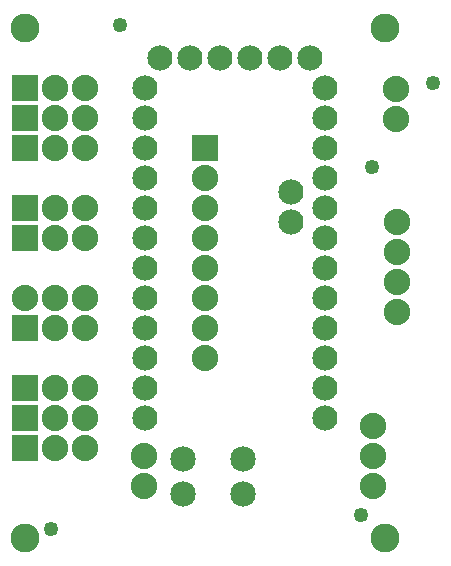
<source format=gts>
G04 MADE WITH FRITZING*
G04 WWW.FRITZING.ORG*
G04 DOUBLE SIDED*
G04 HOLES PLATED*
G04 CONTOUR ON CENTER OF CONTOUR VECTOR*
%ASAXBY*%
%FSLAX23Y23*%
%MOIN*%
%OFA0B0*%
%SFA1.0B1.0*%
%ADD10C,0.049370*%
%ADD11C,0.088000*%
%ADD12C,0.084000*%
%ADD13C,0.085000*%
%ADD14C,0.096614*%
%ADD15R,0.088000X0.088000*%
%ADD16C,0.030000*%
%LNMASK1*%
G90*
G70*
G54D10*
X448Y1806D03*
X1288Y1334D03*
X1490Y1613D03*
G54D11*
X731Y1396D03*
X731Y1296D03*
X731Y1196D03*
X731Y1096D03*
X731Y996D03*
X731Y896D03*
X731Y796D03*
X731Y696D03*
G54D10*
X218Y125D03*
X1250Y173D03*
G54D12*
X1081Y1696D03*
X981Y1696D03*
X881Y1696D03*
X781Y1696D03*
X681Y1696D03*
X581Y1696D03*
X1131Y1596D03*
X1131Y1496D03*
X1131Y1396D03*
X1131Y1296D03*
X1131Y1196D03*
X1016Y1251D03*
X1016Y1151D03*
X1131Y1096D03*
X1131Y996D03*
X1131Y896D03*
X1131Y796D03*
X1131Y696D03*
X1131Y596D03*
X1131Y496D03*
X531Y496D03*
X531Y596D03*
X531Y696D03*
X531Y796D03*
X531Y896D03*
X531Y996D03*
X531Y1096D03*
X531Y1196D03*
X531Y1296D03*
X531Y1396D03*
X531Y1496D03*
X531Y1596D03*
G54D11*
X131Y396D03*
X231Y396D03*
X331Y396D03*
X131Y496D03*
X231Y496D03*
X331Y496D03*
X131Y796D03*
X231Y796D03*
X331Y796D03*
X131Y896D03*
X231Y896D03*
X331Y896D03*
X131Y1096D03*
X231Y1096D03*
X331Y1096D03*
X131Y1496D03*
X231Y1496D03*
X331Y1496D03*
X131Y1396D03*
X231Y1396D03*
X331Y1396D03*
X131Y1596D03*
X231Y1596D03*
X331Y1596D03*
X131Y596D03*
X231Y596D03*
X331Y596D03*
X131Y1196D03*
X231Y1196D03*
X331Y1196D03*
G54D13*
X857Y361D03*
X657Y361D03*
X857Y243D03*
X657Y243D03*
G54D11*
X1368Y1592D03*
X1368Y1492D03*
X1371Y849D03*
X1371Y949D03*
X1371Y1049D03*
X1371Y1149D03*
X527Y368D03*
X527Y268D03*
X1291Y470D03*
X1291Y370D03*
X1291Y270D03*
G54D14*
X131Y1796D03*
X131Y96D03*
X1331Y1796D03*
X1331Y96D03*
G54D15*
X731Y1396D03*
X131Y396D03*
X131Y496D03*
X131Y796D03*
X131Y1096D03*
X131Y1496D03*
X131Y1396D03*
X131Y1596D03*
X131Y596D03*
X131Y1196D03*
G54D16*
G36*
X102Y925D02*
X160Y925D01*
X160Y867D01*
X102Y867D01*
X102Y925D01*
G37*
D02*
G04 End of Mask1*
M02*
</source>
